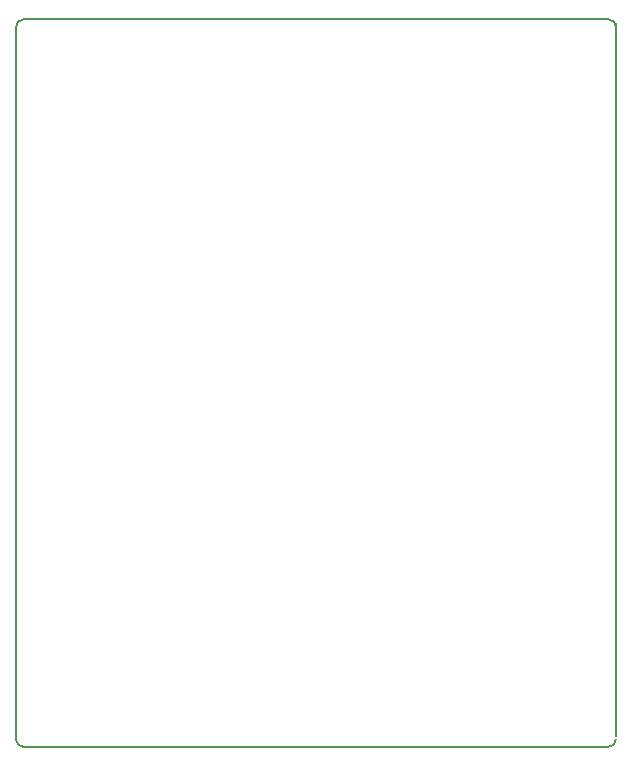
<source format=gm1>
G04 #@! TF.FileFunction,Profile,NP*
%FSLAX46Y46*%
G04 Gerber Fmt 4.6, Leading zero omitted, Abs format (unit mm)*
G04 Created by KiCad (PCBNEW 4.0.2+dfsg1-stable) date Sat 24 Feb 2018 03:40:28 PM MST*
%MOMM*%
G01*
G04 APERTURE LIST*
%ADD10C,0.100000*%
%ADD11C,0.150000*%
G04 APERTURE END LIST*
D10*
D11*
X111760000Y-124460000D02*
X111760000Y-64135000D01*
X162560000Y-63830200D02*
X162560000Y-124155200D01*
X112395000Y-63500000D02*
X161925000Y-63500000D01*
X112395000Y-125095000D02*
X161925000Y-125095000D01*
X111760000Y-124460000D02*
G75*
G03X112395000Y-125095000I635000J0D01*
G01*
X161925000Y-125095000D02*
G75*
G03X162560000Y-124460000I0J635000D01*
G01*
X162560000Y-64135000D02*
G75*
G03X161925000Y-63500000I-635000J0D01*
G01*
X112395000Y-63500000D02*
G75*
G03X111760000Y-64135000I0J-635000D01*
G01*
M02*

</source>
